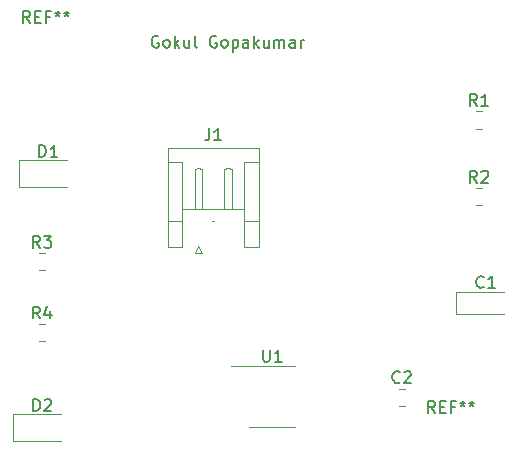
<source format=gbr>
%TF.GenerationSoftware,KiCad,Pcbnew,7.0.8*%
%TF.CreationDate,2023-10-16T22:27:31-07:00*%
%TF.ProjectId,Lab2,4c616232-2e6b-4696-9361-645f70636258,rev?*%
%TF.SameCoordinates,Original*%
%TF.FileFunction,Legend,Top*%
%TF.FilePolarity,Positive*%
%FSLAX46Y46*%
G04 Gerber Fmt 4.6, Leading zero omitted, Abs format (unit mm)*
G04 Created by KiCad (PCBNEW 7.0.8) date 2023-10-16 22:27:31*
%MOMM*%
%LPD*%
G01*
G04 APERTURE LIST*
%ADD10C,0.150000*%
%ADD11C,0.120000*%
G04 APERTURE END LIST*
D10*
X29860588Y-17917438D02*
X29765350Y-17869819D01*
X29765350Y-17869819D02*
X29622493Y-17869819D01*
X29622493Y-17869819D02*
X29479636Y-17917438D01*
X29479636Y-17917438D02*
X29384398Y-18012676D01*
X29384398Y-18012676D02*
X29336779Y-18107914D01*
X29336779Y-18107914D02*
X29289160Y-18298390D01*
X29289160Y-18298390D02*
X29289160Y-18441247D01*
X29289160Y-18441247D02*
X29336779Y-18631723D01*
X29336779Y-18631723D02*
X29384398Y-18726961D01*
X29384398Y-18726961D02*
X29479636Y-18822200D01*
X29479636Y-18822200D02*
X29622493Y-18869819D01*
X29622493Y-18869819D02*
X29717731Y-18869819D01*
X29717731Y-18869819D02*
X29860588Y-18822200D01*
X29860588Y-18822200D02*
X29908207Y-18774580D01*
X29908207Y-18774580D02*
X29908207Y-18441247D01*
X29908207Y-18441247D02*
X29717731Y-18441247D01*
X30479636Y-18869819D02*
X30384398Y-18822200D01*
X30384398Y-18822200D02*
X30336779Y-18774580D01*
X30336779Y-18774580D02*
X30289160Y-18679342D01*
X30289160Y-18679342D02*
X30289160Y-18393628D01*
X30289160Y-18393628D02*
X30336779Y-18298390D01*
X30336779Y-18298390D02*
X30384398Y-18250771D01*
X30384398Y-18250771D02*
X30479636Y-18203152D01*
X30479636Y-18203152D02*
X30622493Y-18203152D01*
X30622493Y-18203152D02*
X30717731Y-18250771D01*
X30717731Y-18250771D02*
X30765350Y-18298390D01*
X30765350Y-18298390D02*
X30812969Y-18393628D01*
X30812969Y-18393628D02*
X30812969Y-18679342D01*
X30812969Y-18679342D02*
X30765350Y-18774580D01*
X30765350Y-18774580D02*
X30717731Y-18822200D01*
X30717731Y-18822200D02*
X30622493Y-18869819D01*
X30622493Y-18869819D02*
X30479636Y-18869819D01*
X31241541Y-18869819D02*
X31241541Y-17869819D01*
X31336779Y-18488866D02*
X31622493Y-18869819D01*
X31622493Y-18203152D02*
X31241541Y-18584104D01*
X32479636Y-18203152D02*
X32479636Y-18869819D01*
X32051065Y-18203152D02*
X32051065Y-18726961D01*
X32051065Y-18726961D02*
X32098684Y-18822200D01*
X32098684Y-18822200D02*
X32193922Y-18869819D01*
X32193922Y-18869819D02*
X32336779Y-18869819D01*
X32336779Y-18869819D02*
X32432017Y-18822200D01*
X32432017Y-18822200D02*
X32479636Y-18774580D01*
X33098684Y-18869819D02*
X33003446Y-18822200D01*
X33003446Y-18822200D02*
X32955827Y-18726961D01*
X32955827Y-18726961D02*
X32955827Y-17869819D01*
X34765351Y-17917438D02*
X34670113Y-17869819D01*
X34670113Y-17869819D02*
X34527256Y-17869819D01*
X34527256Y-17869819D02*
X34384399Y-17917438D01*
X34384399Y-17917438D02*
X34289161Y-18012676D01*
X34289161Y-18012676D02*
X34241542Y-18107914D01*
X34241542Y-18107914D02*
X34193923Y-18298390D01*
X34193923Y-18298390D02*
X34193923Y-18441247D01*
X34193923Y-18441247D02*
X34241542Y-18631723D01*
X34241542Y-18631723D02*
X34289161Y-18726961D01*
X34289161Y-18726961D02*
X34384399Y-18822200D01*
X34384399Y-18822200D02*
X34527256Y-18869819D01*
X34527256Y-18869819D02*
X34622494Y-18869819D01*
X34622494Y-18869819D02*
X34765351Y-18822200D01*
X34765351Y-18822200D02*
X34812970Y-18774580D01*
X34812970Y-18774580D02*
X34812970Y-18441247D01*
X34812970Y-18441247D02*
X34622494Y-18441247D01*
X35384399Y-18869819D02*
X35289161Y-18822200D01*
X35289161Y-18822200D02*
X35241542Y-18774580D01*
X35241542Y-18774580D02*
X35193923Y-18679342D01*
X35193923Y-18679342D02*
X35193923Y-18393628D01*
X35193923Y-18393628D02*
X35241542Y-18298390D01*
X35241542Y-18298390D02*
X35289161Y-18250771D01*
X35289161Y-18250771D02*
X35384399Y-18203152D01*
X35384399Y-18203152D02*
X35527256Y-18203152D01*
X35527256Y-18203152D02*
X35622494Y-18250771D01*
X35622494Y-18250771D02*
X35670113Y-18298390D01*
X35670113Y-18298390D02*
X35717732Y-18393628D01*
X35717732Y-18393628D02*
X35717732Y-18679342D01*
X35717732Y-18679342D02*
X35670113Y-18774580D01*
X35670113Y-18774580D02*
X35622494Y-18822200D01*
X35622494Y-18822200D02*
X35527256Y-18869819D01*
X35527256Y-18869819D02*
X35384399Y-18869819D01*
X36146304Y-18203152D02*
X36146304Y-19203152D01*
X36146304Y-18250771D02*
X36241542Y-18203152D01*
X36241542Y-18203152D02*
X36432018Y-18203152D01*
X36432018Y-18203152D02*
X36527256Y-18250771D01*
X36527256Y-18250771D02*
X36574875Y-18298390D01*
X36574875Y-18298390D02*
X36622494Y-18393628D01*
X36622494Y-18393628D02*
X36622494Y-18679342D01*
X36622494Y-18679342D02*
X36574875Y-18774580D01*
X36574875Y-18774580D02*
X36527256Y-18822200D01*
X36527256Y-18822200D02*
X36432018Y-18869819D01*
X36432018Y-18869819D02*
X36241542Y-18869819D01*
X36241542Y-18869819D02*
X36146304Y-18822200D01*
X37479637Y-18869819D02*
X37479637Y-18346009D01*
X37479637Y-18346009D02*
X37432018Y-18250771D01*
X37432018Y-18250771D02*
X37336780Y-18203152D01*
X37336780Y-18203152D02*
X37146304Y-18203152D01*
X37146304Y-18203152D02*
X37051066Y-18250771D01*
X37479637Y-18822200D02*
X37384399Y-18869819D01*
X37384399Y-18869819D02*
X37146304Y-18869819D01*
X37146304Y-18869819D02*
X37051066Y-18822200D01*
X37051066Y-18822200D02*
X37003447Y-18726961D01*
X37003447Y-18726961D02*
X37003447Y-18631723D01*
X37003447Y-18631723D02*
X37051066Y-18536485D01*
X37051066Y-18536485D02*
X37146304Y-18488866D01*
X37146304Y-18488866D02*
X37384399Y-18488866D01*
X37384399Y-18488866D02*
X37479637Y-18441247D01*
X37955828Y-18869819D02*
X37955828Y-17869819D01*
X38051066Y-18488866D02*
X38336780Y-18869819D01*
X38336780Y-18203152D02*
X37955828Y-18584104D01*
X39193923Y-18203152D02*
X39193923Y-18869819D01*
X38765352Y-18203152D02*
X38765352Y-18726961D01*
X38765352Y-18726961D02*
X38812971Y-18822200D01*
X38812971Y-18822200D02*
X38908209Y-18869819D01*
X38908209Y-18869819D02*
X39051066Y-18869819D01*
X39051066Y-18869819D02*
X39146304Y-18822200D01*
X39146304Y-18822200D02*
X39193923Y-18774580D01*
X39670114Y-18869819D02*
X39670114Y-18203152D01*
X39670114Y-18298390D02*
X39717733Y-18250771D01*
X39717733Y-18250771D02*
X39812971Y-18203152D01*
X39812971Y-18203152D02*
X39955828Y-18203152D01*
X39955828Y-18203152D02*
X40051066Y-18250771D01*
X40051066Y-18250771D02*
X40098685Y-18346009D01*
X40098685Y-18346009D02*
X40098685Y-18869819D01*
X40098685Y-18346009D02*
X40146304Y-18250771D01*
X40146304Y-18250771D02*
X40241542Y-18203152D01*
X40241542Y-18203152D02*
X40384399Y-18203152D01*
X40384399Y-18203152D02*
X40479638Y-18250771D01*
X40479638Y-18250771D02*
X40527257Y-18346009D01*
X40527257Y-18346009D02*
X40527257Y-18869819D01*
X41432018Y-18869819D02*
X41432018Y-18346009D01*
X41432018Y-18346009D02*
X41384399Y-18250771D01*
X41384399Y-18250771D02*
X41289161Y-18203152D01*
X41289161Y-18203152D02*
X41098685Y-18203152D01*
X41098685Y-18203152D02*
X41003447Y-18250771D01*
X41432018Y-18822200D02*
X41336780Y-18869819D01*
X41336780Y-18869819D02*
X41098685Y-18869819D01*
X41098685Y-18869819D02*
X41003447Y-18822200D01*
X41003447Y-18822200D02*
X40955828Y-18726961D01*
X40955828Y-18726961D02*
X40955828Y-18631723D01*
X40955828Y-18631723D02*
X41003447Y-18536485D01*
X41003447Y-18536485D02*
X41098685Y-18488866D01*
X41098685Y-18488866D02*
X41336780Y-18488866D01*
X41336780Y-18488866D02*
X41432018Y-18441247D01*
X41908209Y-18869819D02*
X41908209Y-18203152D01*
X41908209Y-18393628D02*
X41955828Y-18298390D01*
X41955828Y-18298390D02*
X42003447Y-18250771D01*
X42003447Y-18250771D02*
X42098685Y-18203152D01*
X42098685Y-18203152D02*
X42193923Y-18203152D01*
X19274405Y-49634819D02*
X19274405Y-48634819D01*
X19274405Y-48634819D02*
X19512500Y-48634819D01*
X19512500Y-48634819D02*
X19655357Y-48682438D01*
X19655357Y-48682438D02*
X19750595Y-48777676D01*
X19750595Y-48777676D02*
X19798214Y-48872914D01*
X19798214Y-48872914D02*
X19845833Y-49063390D01*
X19845833Y-49063390D02*
X19845833Y-49206247D01*
X19845833Y-49206247D02*
X19798214Y-49396723D01*
X19798214Y-49396723D02*
X19750595Y-49491961D01*
X19750595Y-49491961D02*
X19655357Y-49587200D01*
X19655357Y-49587200D02*
X19512500Y-49634819D01*
X19512500Y-49634819D02*
X19274405Y-49634819D01*
X20226786Y-48730057D02*
X20274405Y-48682438D01*
X20274405Y-48682438D02*
X20369643Y-48634819D01*
X20369643Y-48634819D02*
X20607738Y-48634819D01*
X20607738Y-48634819D02*
X20702976Y-48682438D01*
X20702976Y-48682438D02*
X20750595Y-48730057D01*
X20750595Y-48730057D02*
X20798214Y-48825295D01*
X20798214Y-48825295D02*
X20798214Y-48920533D01*
X20798214Y-48920533D02*
X20750595Y-49063390D01*
X20750595Y-49063390D02*
X20179167Y-49634819D01*
X20179167Y-49634819D02*
X20798214Y-49634819D01*
X38713095Y-44459819D02*
X38713095Y-45269342D01*
X38713095Y-45269342D02*
X38760714Y-45364580D01*
X38760714Y-45364580D02*
X38808333Y-45412200D01*
X38808333Y-45412200D02*
X38903571Y-45459819D01*
X38903571Y-45459819D02*
X39094047Y-45459819D01*
X39094047Y-45459819D02*
X39189285Y-45412200D01*
X39189285Y-45412200D02*
X39236904Y-45364580D01*
X39236904Y-45364580D02*
X39284523Y-45269342D01*
X39284523Y-45269342D02*
X39284523Y-44459819D01*
X40284523Y-45459819D02*
X39713095Y-45459819D01*
X39998809Y-45459819D02*
X39998809Y-44459819D01*
X39998809Y-44459819D02*
X39903571Y-44602676D01*
X39903571Y-44602676D02*
X39808333Y-44697914D01*
X39808333Y-44697914D02*
X39713095Y-44745533D01*
X57395833Y-39109580D02*
X57348214Y-39157200D01*
X57348214Y-39157200D02*
X57205357Y-39204819D01*
X57205357Y-39204819D02*
X57110119Y-39204819D01*
X57110119Y-39204819D02*
X56967262Y-39157200D01*
X56967262Y-39157200D02*
X56872024Y-39061961D01*
X56872024Y-39061961D02*
X56824405Y-38966723D01*
X56824405Y-38966723D02*
X56776786Y-38776247D01*
X56776786Y-38776247D02*
X56776786Y-38633390D01*
X56776786Y-38633390D02*
X56824405Y-38442914D01*
X56824405Y-38442914D02*
X56872024Y-38347676D01*
X56872024Y-38347676D02*
X56967262Y-38252438D01*
X56967262Y-38252438D02*
X57110119Y-38204819D01*
X57110119Y-38204819D02*
X57205357Y-38204819D01*
X57205357Y-38204819D02*
X57348214Y-38252438D01*
X57348214Y-38252438D02*
X57395833Y-38300057D01*
X58348214Y-39204819D02*
X57776786Y-39204819D01*
X58062500Y-39204819D02*
X58062500Y-38204819D01*
X58062500Y-38204819D02*
X57967262Y-38347676D01*
X57967262Y-38347676D02*
X57872024Y-38442914D01*
X57872024Y-38442914D02*
X57776786Y-38490533D01*
X50295833Y-47179580D02*
X50248214Y-47227200D01*
X50248214Y-47227200D02*
X50105357Y-47274819D01*
X50105357Y-47274819D02*
X50010119Y-47274819D01*
X50010119Y-47274819D02*
X49867262Y-47227200D01*
X49867262Y-47227200D02*
X49772024Y-47131961D01*
X49772024Y-47131961D02*
X49724405Y-47036723D01*
X49724405Y-47036723D02*
X49676786Y-46846247D01*
X49676786Y-46846247D02*
X49676786Y-46703390D01*
X49676786Y-46703390D02*
X49724405Y-46512914D01*
X49724405Y-46512914D02*
X49772024Y-46417676D01*
X49772024Y-46417676D02*
X49867262Y-46322438D01*
X49867262Y-46322438D02*
X50010119Y-46274819D01*
X50010119Y-46274819D02*
X50105357Y-46274819D01*
X50105357Y-46274819D02*
X50248214Y-46322438D01*
X50248214Y-46322438D02*
X50295833Y-46370057D01*
X50676786Y-46370057D02*
X50724405Y-46322438D01*
X50724405Y-46322438D02*
X50819643Y-46274819D01*
X50819643Y-46274819D02*
X51057738Y-46274819D01*
X51057738Y-46274819D02*
X51152976Y-46322438D01*
X51152976Y-46322438D02*
X51200595Y-46370057D01*
X51200595Y-46370057D02*
X51248214Y-46465295D01*
X51248214Y-46465295D02*
X51248214Y-46560533D01*
X51248214Y-46560533D02*
X51200595Y-46703390D01*
X51200595Y-46703390D02*
X50629167Y-47274819D01*
X50629167Y-47274819D02*
X51248214Y-47274819D01*
X53276666Y-49794819D02*
X52943333Y-49318628D01*
X52705238Y-49794819D02*
X52705238Y-48794819D01*
X52705238Y-48794819D02*
X53086190Y-48794819D01*
X53086190Y-48794819D02*
X53181428Y-48842438D01*
X53181428Y-48842438D02*
X53229047Y-48890057D01*
X53229047Y-48890057D02*
X53276666Y-48985295D01*
X53276666Y-48985295D02*
X53276666Y-49128152D01*
X53276666Y-49128152D02*
X53229047Y-49223390D01*
X53229047Y-49223390D02*
X53181428Y-49271009D01*
X53181428Y-49271009D02*
X53086190Y-49318628D01*
X53086190Y-49318628D02*
X52705238Y-49318628D01*
X53705238Y-49271009D02*
X54038571Y-49271009D01*
X54181428Y-49794819D02*
X53705238Y-49794819D01*
X53705238Y-49794819D02*
X53705238Y-48794819D01*
X53705238Y-48794819D02*
X54181428Y-48794819D01*
X54943333Y-49271009D02*
X54610000Y-49271009D01*
X54610000Y-49794819D02*
X54610000Y-48794819D01*
X54610000Y-48794819D02*
X55086190Y-48794819D01*
X55610000Y-48794819D02*
X55610000Y-49032914D01*
X55371905Y-48937676D02*
X55610000Y-49032914D01*
X55610000Y-49032914D02*
X55848095Y-48937676D01*
X55467143Y-49223390D02*
X55610000Y-49032914D01*
X55610000Y-49032914D02*
X55752857Y-49223390D01*
X56371905Y-48794819D02*
X56371905Y-49032914D01*
X56133810Y-48937676D02*
X56371905Y-49032914D01*
X56371905Y-49032914D02*
X56610000Y-48937676D01*
X56229048Y-49223390D02*
X56371905Y-49032914D01*
X56371905Y-49032914D02*
X56514762Y-49223390D01*
X34164166Y-25714819D02*
X34164166Y-26429104D01*
X34164166Y-26429104D02*
X34116547Y-26571961D01*
X34116547Y-26571961D02*
X34021309Y-26667200D01*
X34021309Y-26667200D02*
X33878452Y-26714819D01*
X33878452Y-26714819D02*
X33783214Y-26714819D01*
X35164166Y-26714819D02*
X34592738Y-26714819D01*
X34878452Y-26714819D02*
X34878452Y-25714819D01*
X34878452Y-25714819D02*
X34783214Y-25857676D01*
X34783214Y-25857676D02*
X34687976Y-25952914D01*
X34687976Y-25952914D02*
X34592738Y-26000533D01*
X19833333Y-41804819D02*
X19500000Y-41328628D01*
X19261905Y-41804819D02*
X19261905Y-40804819D01*
X19261905Y-40804819D02*
X19642857Y-40804819D01*
X19642857Y-40804819D02*
X19738095Y-40852438D01*
X19738095Y-40852438D02*
X19785714Y-40900057D01*
X19785714Y-40900057D02*
X19833333Y-40995295D01*
X19833333Y-40995295D02*
X19833333Y-41138152D01*
X19833333Y-41138152D02*
X19785714Y-41233390D01*
X19785714Y-41233390D02*
X19738095Y-41281009D01*
X19738095Y-41281009D02*
X19642857Y-41328628D01*
X19642857Y-41328628D02*
X19261905Y-41328628D01*
X20690476Y-41138152D02*
X20690476Y-41804819D01*
X20452381Y-40757200D02*
X20214286Y-41471485D01*
X20214286Y-41471485D02*
X20833333Y-41471485D01*
X19833333Y-35804819D02*
X19500000Y-35328628D01*
X19261905Y-35804819D02*
X19261905Y-34804819D01*
X19261905Y-34804819D02*
X19642857Y-34804819D01*
X19642857Y-34804819D02*
X19738095Y-34852438D01*
X19738095Y-34852438D02*
X19785714Y-34900057D01*
X19785714Y-34900057D02*
X19833333Y-34995295D01*
X19833333Y-34995295D02*
X19833333Y-35138152D01*
X19833333Y-35138152D02*
X19785714Y-35233390D01*
X19785714Y-35233390D02*
X19738095Y-35281009D01*
X19738095Y-35281009D02*
X19642857Y-35328628D01*
X19642857Y-35328628D02*
X19261905Y-35328628D01*
X20166667Y-34804819D02*
X20785714Y-34804819D01*
X20785714Y-34804819D02*
X20452381Y-35185771D01*
X20452381Y-35185771D02*
X20595238Y-35185771D01*
X20595238Y-35185771D02*
X20690476Y-35233390D01*
X20690476Y-35233390D02*
X20738095Y-35281009D01*
X20738095Y-35281009D02*
X20785714Y-35376247D01*
X20785714Y-35376247D02*
X20785714Y-35614342D01*
X20785714Y-35614342D02*
X20738095Y-35709580D01*
X20738095Y-35709580D02*
X20690476Y-35757200D01*
X20690476Y-35757200D02*
X20595238Y-35804819D01*
X20595238Y-35804819D02*
X20309524Y-35804819D01*
X20309524Y-35804819D02*
X20214286Y-35757200D01*
X20214286Y-35757200D02*
X20166667Y-35709580D01*
X19774405Y-28134819D02*
X19774405Y-27134819D01*
X19774405Y-27134819D02*
X20012500Y-27134819D01*
X20012500Y-27134819D02*
X20155357Y-27182438D01*
X20155357Y-27182438D02*
X20250595Y-27277676D01*
X20250595Y-27277676D02*
X20298214Y-27372914D01*
X20298214Y-27372914D02*
X20345833Y-27563390D01*
X20345833Y-27563390D02*
X20345833Y-27706247D01*
X20345833Y-27706247D02*
X20298214Y-27896723D01*
X20298214Y-27896723D02*
X20250595Y-27991961D01*
X20250595Y-27991961D02*
X20155357Y-28087200D01*
X20155357Y-28087200D02*
X20012500Y-28134819D01*
X20012500Y-28134819D02*
X19774405Y-28134819D01*
X21298214Y-28134819D02*
X20726786Y-28134819D01*
X21012500Y-28134819D02*
X21012500Y-27134819D01*
X21012500Y-27134819D02*
X20917262Y-27277676D01*
X20917262Y-27277676D02*
X20822024Y-27372914D01*
X20822024Y-27372914D02*
X20726786Y-27420533D01*
X18986666Y-16774819D02*
X18653333Y-16298628D01*
X18415238Y-16774819D02*
X18415238Y-15774819D01*
X18415238Y-15774819D02*
X18796190Y-15774819D01*
X18796190Y-15774819D02*
X18891428Y-15822438D01*
X18891428Y-15822438D02*
X18939047Y-15870057D01*
X18939047Y-15870057D02*
X18986666Y-15965295D01*
X18986666Y-15965295D02*
X18986666Y-16108152D01*
X18986666Y-16108152D02*
X18939047Y-16203390D01*
X18939047Y-16203390D02*
X18891428Y-16251009D01*
X18891428Y-16251009D02*
X18796190Y-16298628D01*
X18796190Y-16298628D02*
X18415238Y-16298628D01*
X19415238Y-16251009D02*
X19748571Y-16251009D01*
X19891428Y-16774819D02*
X19415238Y-16774819D01*
X19415238Y-16774819D02*
X19415238Y-15774819D01*
X19415238Y-15774819D02*
X19891428Y-15774819D01*
X20653333Y-16251009D02*
X20320000Y-16251009D01*
X20320000Y-16774819D02*
X20320000Y-15774819D01*
X20320000Y-15774819D02*
X20796190Y-15774819D01*
X21320000Y-15774819D02*
X21320000Y-16012914D01*
X21081905Y-15917676D02*
X21320000Y-16012914D01*
X21320000Y-16012914D02*
X21558095Y-15917676D01*
X21177143Y-16203390D02*
X21320000Y-16012914D01*
X21320000Y-16012914D02*
X21462857Y-16203390D01*
X22081905Y-15774819D02*
X22081905Y-16012914D01*
X21843810Y-15917676D02*
X22081905Y-16012914D01*
X22081905Y-16012914D02*
X22320000Y-15917676D01*
X21939048Y-16203390D02*
X22081905Y-16012914D01*
X22081905Y-16012914D02*
X22224762Y-16203390D01*
X56833333Y-30304819D02*
X56500000Y-29828628D01*
X56261905Y-30304819D02*
X56261905Y-29304819D01*
X56261905Y-29304819D02*
X56642857Y-29304819D01*
X56642857Y-29304819D02*
X56738095Y-29352438D01*
X56738095Y-29352438D02*
X56785714Y-29400057D01*
X56785714Y-29400057D02*
X56833333Y-29495295D01*
X56833333Y-29495295D02*
X56833333Y-29638152D01*
X56833333Y-29638152D02*
X56785714Y-29733390D01*
X56785714Y-29733390D02*
X56738095Y-29781009D01*
X56738095Y-29781009D02*
X56642857Y-29828628D01*
X56642857Y-29828628D02*
X56261905Y-29828628D01*
X57214286Y-29400057D02*
X57261905Y-29352438D01*
X57261905Y-29352438D02*
X57357143Y-29304819D01*
X57357143Y-29304819D02*
X57595238Y-29304819D01*
X57595238Y-29304819D02*
X57690476Y-29352438D01*
X57690476Y-29352438D02*
X57738095Y-29400057D01*
X57738095Y-29400057D02*
X57785714Y-29495295D01*
X57785714Y-29495295D02*
X57785714Y-29590533D01*
X57785714Y-29590533D02*
X57738095Y-29733390D01*
X57738095Y-29733390D02*
X57166667Y-30304819D01*
X57166667Y-30304819D02*
X57785714Y-30304819D01*
X56833333Y-23804819D02*
X56500000Y-23328628D01*
X56261905Y-23804819D02*
X56261905Y-22804819D01*
X56261905Y-22804819D02*
X56642857Y-22804819D01*
X56642857Y-22804819D02*
X56738095Y-22852438D01*
X56738095Y-22852438D02*
X56785714Y-22900057D01*
X56785714Y-22900057D02*
X56833333Y-22995295D01*
X56833333Y-22995295D02*
X56833333Y-23138152D01*
X56833333Y-23138152D02*
X56785714Y-23233390D01*
X56785714Y-23233390D02*
X56738095Y-23281009D01*
X56738095Y-23281009D02*
X56642857Y-23328628D01*
X56642857Y-23328628D02*
X56261905Y-23328628D01*
X57785714Y-23804819D02*
X57214286Y-23804819D01*
X57500000Y-23804819D02*
X57500000Y-22804819D01*
X57500000Y-22804819D02*
X57404762Y-22947676D01*
X57404762Y-22947676D02*
X57309524Y-23042914D01*
X57309524Y-23042914D02*
X57214286Y-23090533D01*
D11*
%TO.C,D2*%
X17552500Y-52135000D02*
X21612500Y-52135000D01*
X17552500Y-49865000D02*
X17552500Y-52135000D01*
X21612500Y-49865000D02*
X17552500Y-49865000D01*
%TO.C,U1*%
X39475000Y-45845000D02*
X41425000Y-45845000D01*
X39475000Y-45845000D02*
X36025000Y-45845000D01*
X39475000Y-50965000D02*
X37525000Y-50965000D01*
X39475000Y-50965000D02*
X41425000Y-50965000D01*
%TO.C,C1*%
X55077500Y-41435000D02*
X59162500Y-41435000D01*
X59162500Y-39565000D02*
X55077500Y-39565000D01*
X55077500Y-39565000D02*
X55077500Y-41435000D01*
%TO.C,C2*%
X50201248Y-47765000D02*
X50723752Y-47765000D01*
X50201248Y-49235000D02*
X50723752Y-49235000D01*
%TO.C,J1*%
X35427500Y-32570000D02*
X35427500Y-29150000D01*
X31857500Y-33570000D02*
X31857500Y-35770000D01*
X38357500Y-28570000D02*
X37137500Y-28570000D01*
X33567500Y-29150000D02*
X33567500Y-32570000D01*
X31857500Y-33570000D02*
X30637500Y-33570000D01*
X37137500Y-33570000D02*
X38357500Y-33570000D01*
X33567500Y-32570000D02*
X33247500Y-32570000D01*
X30637500Y-35770000D02*
X30637500Y-27350000D01*
X32927500Y-29150000D02*
X33247500Y-29070000D01*
X35427500Y-29150000D02*
X35747500Y-29070000D01*
X30637500Y-27350000D02*
X38357500Y-27350000D01*
X38357500Y-35770000D02*
X37137500Y-35770000D01*
X35747500Y-32570000D02*
X35427500Y-32570000D01*
X31857500Y-35770000D02*
X30637500Y-35770000D01*
X33247500Y-29070000D02*
X33567500Y-29150000D01*
X33547500Y-36260000D02*
X33247500Y-35660000D01*
X32927500Y-32570000D02*
X32927500Y-29150000D01*
X32947500Y-36260000D02*
X33547500Y-36260000D01*
X33247500Y-32570000D02*
X32927500Y-32570000D01*
X30637500Y-28570000D02*
X31857500Y-28570000D01*
X31857500Y-28570000D02*
X31857500Y-33570000D01*
X38357500Y-27350000D02*
X38357500Y-35770000D01*
X33247500Y-35660000D02*
X32947500Y-36260000D01*
X34417500Y-33570000D02*
X34577500Y-33570000D01*
X36067500Y-32570000D02*
X35747500Y-32570000D01*
X35747500Y-29070000D02*
X36067500Y-29150000D01*
X37137500Y-35770000D02*
X37137500Y-33570000D01*
X31857500Y-32570000D02*
X37137500Y-32570000D01*
X37137500Y-28570000D02*
X37137500Y-33570000D01*
X36067500Y-29150000D02*
X36067500Y-32570000D01*
%TO.C,R4*%
X19772936Y-42265000D02*
X20227064Y-42265000D01*
X19772936Y-43735000D02*
X20227064Y-43735000D01*
%TO.C,R3*%
X19772936Y-37735000D02*
X20227064Y-37735000D01*
X19772936Y-36265000D02*
X20227064Y-36265000D01*
%TO.C,D1*%
X18052500Y-30635000D02*
X22112500Y-30635000D01*
X18052500Y-28365000D02*
X18052500Y-30635000D01*
X22112500Y-28365000D02*
X18052500Y-28365000D01*
%TO.C,R2*%
X56772936Y-32235000D02*
X57227064Y-32235000D01*
X56772936Y-30765000D02*
X57227064Y-30765000D01*
%TO.C,R1*%
X56772936Y-25735000D02*
X57227064Y-25735000D01*
X56772936Y-24265000D02*
X57227064Y-24265000D01*
%TD*%
M02*

</source>
